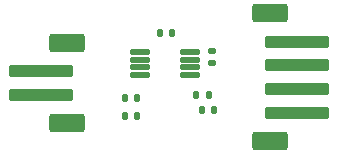
<source format=gbr>
G04 #@! TF.GenerationSoftware,KiCad,Pcbnew,9.0.4*
G04 #@! TF.CreationDate,2025-11-06T19:48:09-05:00*
G04 #@! TF.ProjectId,TC_shuwen,54435f73-6875-4776-956e-2e6b69636164,rev?*
G04 #@! TF.SameCoordinates,Original*
G04 #@! TF.FileFunction,Soldermask,Top*
G04 #@! TF.FilePolarity,Negative*
%FSLAX46Y46*%
G04 Gerber Fmt 4.6, Leading zero omitted, Abs format (unit mm)*
G04 Created by KiCad (PCBNEW 9.0.4) date 2025-11-06 19:48:09*
%MOMM*%
%LPD*%
G01*
G04 APERTURE LIST*
G04 Aperture macros list*
%AMRoundRect*
0 Rectangle with rounded corners*
0 $1 Rounding radius*
0 $2 $3 $4 $5 $6 $7 $8 $9 X,Y pos of 4 corners*
0 Add a 4 corners polygon primitive as box body*
4,1,4,$2,$3,$4,$5,$6,$7,$8,$9,$2,$3,0*
0 Add four circle primitives for the rounded corners*
1,1,$1+$1,$2,$3*
1,1,$1+$1,$4,$5*
1,1,$1+$1,$6,$7*
1,1,$1+$1,$8,$9*
0 Add four rect primitives between the rounded corners*
20,1,$1+$1,$2,$3,$4,$5,0*
20,1,$1+$1,$4,$5,$6,$7,0*
20,1,$1+$1,$6,$7,$8,$9,0*
20,1,$1+$1,$8,$9,$2,$3,0*%
G04 Aperture macros list end*
%ADD10RoundRect,0.135000X-0.135000X-0.185000X0.135000X-0.185000X0.135000X0.185000X-0.135000X0.185000X0*%
%ADD11RoundRect,0.250000X2.500000X-0.250000X2.500000X0.250000X-2.500000X0.250000X-2.500000X-0.250000X0*%
%ADD12RoundRect,0.250000X1.250000X-0.550000X1.250000X0.550000X-1.250000X0.550000X-1.250000X-0.550000X0*%
%ADD13RoundRect,0.135000X0.135000X0.185000X-0.135000X0.185000X-0.135000X-0.185000X0.135000X-0.185000X0*%
%ADD14RoundRect,0.250000X-2.500000X0.250000X-2.500000X-0.250000X2.500000X-0.250000X2.500000X0.250000X0*%
%ADD15RoundRect,0.250000X-1.250000X0.550000X-1.250000X-0.550000X1.250000X-0.550000X1.250000X0.550000X0*%
%ADD16RoundRect,0.140000X-0.170000X0.140000X-0.170000X-0.140000X0.170000X-0.140000X0.170000X0.140000X0*%
%ADD17RoundRect,0.125000X-0.687500X-0.125000X0.687500X-0.125000X0.687500X0.125000X-0.687500X0.125000X0*%
G04 APERTURE END LIST*
D10*
X129303000Y-82335600D03*
X130323000Y-82335600D03*
X135803000Y-81835600D03*
X136823000Y-81835600D03*
D11*
X143799000Y-82083600D03*
X143799000Y-80083600D03*
X143799000Y-78083600D03*
X143799000Y-76083600D03*
D12*
X141549000Y-84483600D03*
X141549000Y-73683600D03*
D13*
X136349400Y-80607600D03*
X135329400Y-80607600D03*
D10*
X132230600Y-75324400D03*
X133250600Y-75324400D03*
D14*
X122123400Y-78575600D03*
X122123400Y-80575600D03*
D15*
X124373400Y-76175600D03*
X124373400Y-82975600D03*
D13*
X130323000Y-80835600D03*
X129303000Y-80835600D03*
D16*
X136601400Y-76899200D03*
X136601400Y-77859200D03*
D17*
X130547600Y-76950000D03*
X130547600Y-77600000D03*
X130547600Y-78250000D03*
X130547600Y-78900000D03*
X134772600Y-78900000D03*
X134772600Y-78250000D03*
X134772600Y-77600000D03*
X134772600Y-76950000D03*
M02*

</source>
